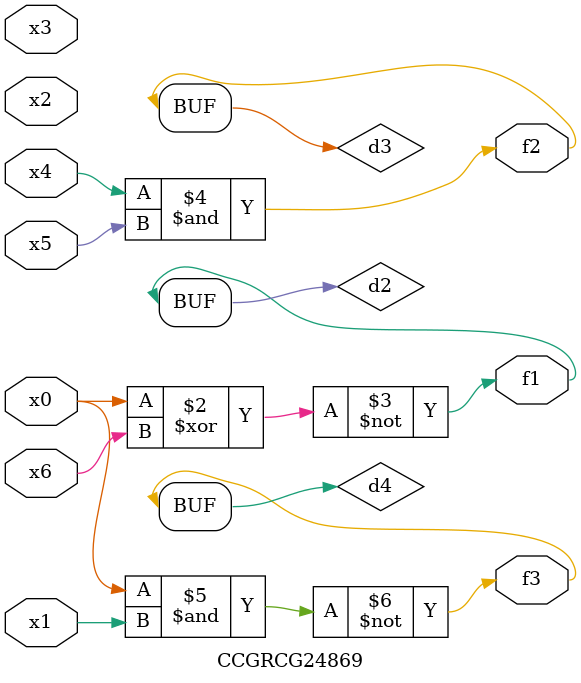
<source format=v>
module CCGRCG24869(
	input x0, x1, x2, x3, x4, x5, x6,
	output f1, f2, f3
);

	wire d1, d2, d3, d4;

	nor (d1, x0);
	xnor (d2, x0, x6);
	and (d3, x4, x5);
	nand (d4, x0, x1);
	assign f1 = d2;
	assign f2 = d3;
	assign f3 = d4;
endmodule

</source>
